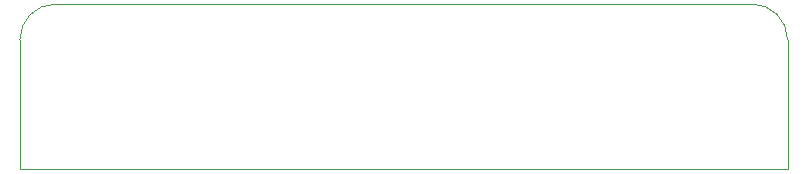
<source format=gbr>
%TF.GenerationSoftware,KiCad,Pcbnew,(7.0.0)*%
%TF.CreationDate,2023-02-23T12:30:24-05:00*%
%TF.ProjectId,PiOled,50694f6c-6564-42e6-9b69-6361645f7063,v3*%
%TF.SameCoordinates,Original*%
%TF.FileFunction,Profile,NP*%
%FSLAX46Y46*%
G04 Gerber Fmt 4.6, Leading zero omitted, Abs format (unit mm)*
G04 Created by KiCad (PCBNEW (7.0.0)) date 2023-02-23 12:30:24*
%MOMM*%
%LPD*%
G01*
G04 APERTURE LIST*
%TA.AperFunction,Profile*%
%ADD10C,0.100000*%
%TD*%
G04 APERTURE END LIST*
D10*
X143546389Y-63817611D02*
G75*
G03*
X140546356Y-60817611I-2999989J11D01*
G01*
X78546356Y-74800000D02*
X143546351Y-74800000D01*
X81546356Y-60817556D02*
G75*
G03*
X78546356Y-63817611I44J-3000044D01*
G01*
X140546356Y-60817611D02*
X81546356Y-60817611D01*
X143546351Y-74800000D02*
X143546356Y-63817611D01*
X78546356Y-63817611D02*
X78546356Y-74800000D01*
M02*

</source>
